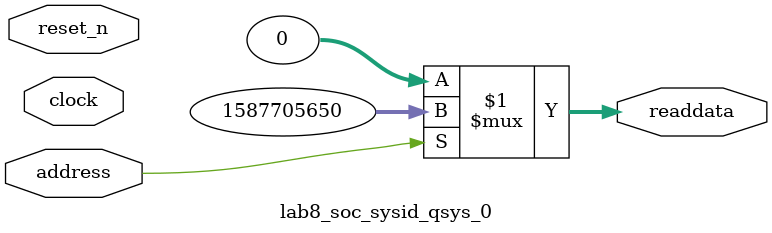
<source format=v>



// synthesis translate_off
`timescale 1ns / 1ps
// synthesis translate_on

// turn off superfluous verilog processor warnings 
// altera message_level Level1 
// altera message_off 10034 10035 10036 10037 10230 10240 10030 

module lab8_soc_sysid_qsys_0 (
               // inputs:
                address,
                clock,
                reset_n,

               // outputs:
                readdata
             )
;

  output  [ 31: 0] readdata;
  input            address;
  input            clock;
  input            reset_n;

  wire    [ 31: 0] readdata;
  //control_slave, which is an e_avalon_slave
  assign readdata = address ? 1587705650 : 0;

endmodule



</source>
